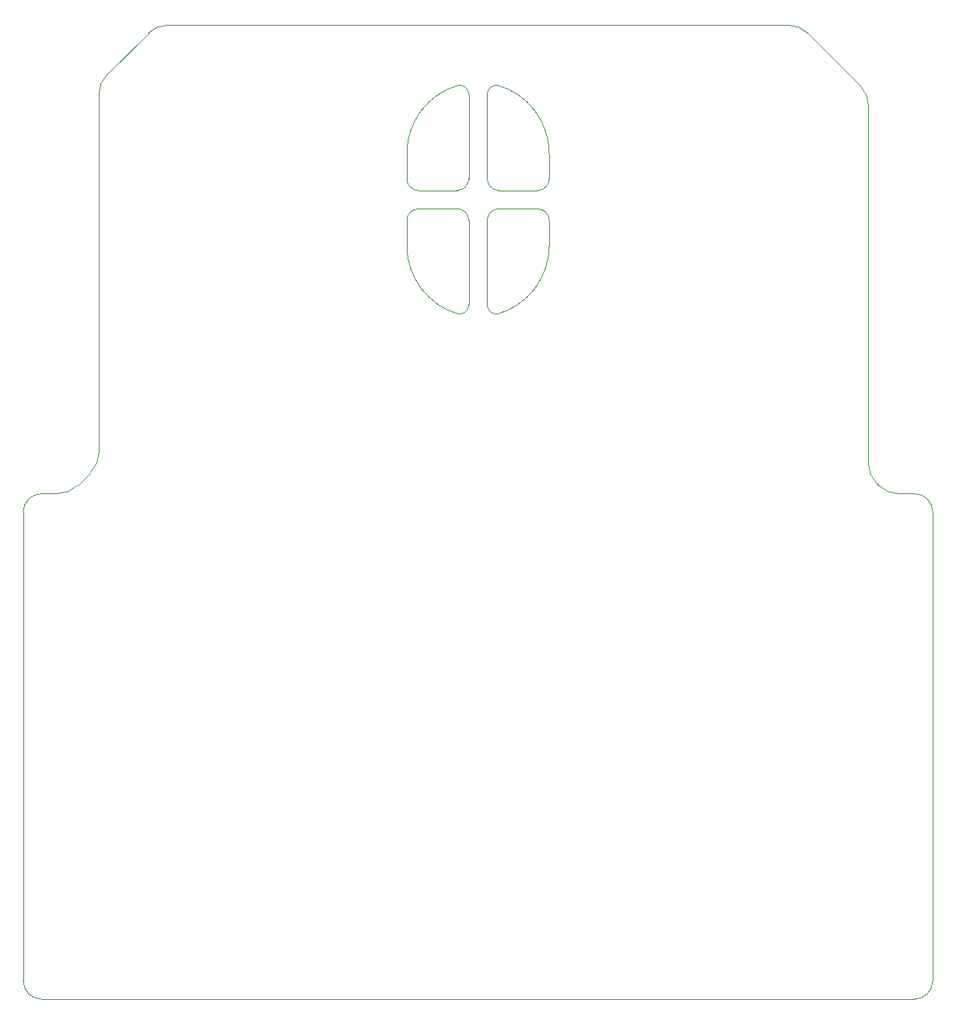
<source format=gbp>
G04*
G04 #@! TF.GenerationSoftware,Altium Limited,Altium Designer,24.6.1 (21)*
G04*
G04 Layer_Color=128*
%FSLAX25Y25*%
%MOIN*%
G70*
G04*
G04 #@! TF.SameCoordinates,01E0CDA6-314E-44D1-A422-088EE61E0F49*
G04*
G04*
G04 #@! TF.FilePolarity,Positive*
G04*
G01*
G75*
%ADD15C,0.00394*%
D15*
X279739Y146733D02*
G03*
X284739Y141733I5000J0D01*
G01*
X306314Y182705D02*
G03*
X302100Y186919I-4215J0D01*
G01*
X302109Y186886D02*
G03*
X279739Y157481I8143J-29405D01*
G01*
X335763Y141732D02*
G03*
X340763Y146732I0J5000D01*
G01*
X318403Y186919D02*
G03*
X314188Y182704I0J-4215D01*
G01*
X340763Y157480D02*
G03*
X318394Y186886I-30512J0D01*
G01*
X284739Y133858D02*
G03*
X279739Y128858I0J-5000D01*
G01*
X302100Y88672D02*
G03*
X306314Y92886I0J4215D01*
G01*
X279739Y118110D02*
G03*
X302109Y88705I30512J0D01*
G01*
X318394D02*
G03*
X340763Y118110I-8143J29405D01*
G01*
X314188Y92886D02*
G03*
X318403Y88672I4215J0D01*
G01*
X340763Y128858D02*
G03*
X335763Y133858I-5000J0D01*
G01*
X306314Y128858D02*
G03*
X301314Y133858I-5000J0D01*
G01*
X319188D02*
G03*
X314188Y128858I0J-5000D01*
G01*
X301314Y141733D02*
G03*
X306314Y146733I0J5000D01*
G01*
X314188Y146732D02*
G03*
X319188Y141732I5000J0D01*
G01*
X123243Y11812D02*
G03*
X115368Y3937I0J-7875D01*
G01*
Y-196850D02*
G03*
X123243Y-204725I7875J0D01*
G01*
X497259D02*
G03*
X505134Y-196850I0J7875D01*
G01*
Y3937D02*
G03*
X497259Y11812I-7875J0D01*
G01*
X481913Y15347D02*
G03*
X490448Y11811I8535J8535D01*
G01*
X130054D02*
G03*
X138590Y15347I0J12071D01*
G01*
X477574Y24685D02*
G03*
X481110Y16150I12071J0D01*
G01*
X144314Y21071D02*
G03*
X147850Y29606I-8535J8535D01*
G01*
X477574Y178071D02*
G03*
X474039Y186606I-12071J0D01*
G01*
X451582Y209063D02*
G03*
X443047Y212598I-8535J-8535D01*
G01*
X177456D02*
G03*
X168921Y209063I0J-12071D01*
G01*
X151385Y191528D02*
G03*
X147850Y182992I8535J-8535D01*
G01*
X279739Y146654D02*
X279739Y157481D01*
X306314Y146733D02*
Y182705D01*
X301314Y141733D02*
X284739D01*
X340763Y157480D02*
X340763Y146653D01*
X314188Y146732D02*
Y182704D01*
X335763Y141732D02*
X319188D01*
X279739Y118110D02*
Y128937D01*
X306314Y92886D02*
Y128858D01*
X301314Y133858D02*
X284739D01*
X335763D02*
X319188D01*
X314188Y92886D02*
Y128858D01*
X340763Y118110D02*
Y128937D01*
X115369Y-196850D02*
X115369Y3938D01*
X130054Y11811D02*
X123243D01*
X497260Y-204724D02*
X123243D01*
X505133Y-196850D02*
X505133Y3938D01*
X497260Y11811D02*
X490448D01*
X481913Y15347D02*
X481511Y15748D01*
X138991D02*
X138590Y15347D01*
X481511Y15748D02*
X481110Y16150D01*
X477574Y24685D02*
Y31575D01*
X144314Y21071D02*
X138991Y15748D01*
X147850Y29606D02*
Y29766D01*
X477574Y31575D02*
Y178071D01*
X474039Y186606D02*
X451582Y209063D01*
X443047Y212598D02*
X177456D01*
X168921Y209063D02*
X151385Y191528D01*
X147850Y29766D02*
Y182992D01*
M02*

</source>
